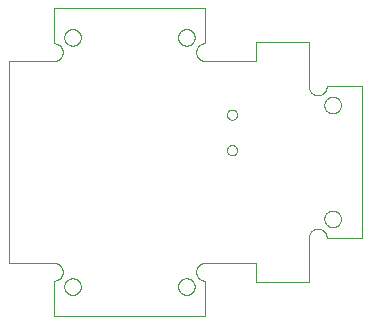
<source format=gko>
G75*
%MOIN*%
%OFA0B0*%
%FSLAX25Y25*%
%IPPOS*%
%LPD*%
%AMOC8*
5,1,8,0,0,1.08239X$1,22.5*
%
%ADD10C,0.00100*%
%ADD11C,0.00000*%
D10*
X0016961Y0005000D02*
X0016961Y0016811D01*
X0017069Y0016813D01*
X0017177Y0016819D01*
X0017284Y0016829D01*
X0017391Y0016842D01*
X0017497Y0016860D01*
X0017603Y0016882D01*
X0017708Y0016907D01*
X0017812Y0016936D01*
X0017914Y0016969D01*
X0018016Y0017006D01*
X0018116Y0017046D01*
X0018214Y0017090D01*
X0018311Y0017138D01*
X0018406Y0017189D01*
X0018499Y0017243D01*
X0018590Y0017301D01*
X0018679Y0017362D01*
X0018766Y0017427D01*
X0018850Y0017494D01*
X0018932Y0017565D01*
X0019011Y0017638D01*
X0019087Y0017714D01*
X0019160Y0017793D01*
X0019231Y0017875D01*
X0019298Y0017959D01*
X0019363Y0018046D01*
X0019424Y0018135D01*
X0019482Y0018226D01*
X0019536Y0018319D01*
X0019587Y0018414D01*
X0019635Y0018511D01*
X0019679Y0018609D01*
X0019719Y0018709D01*
X0019756Y0018811D01*
X0019789Y0018913D01*
X0019818Y0019017D01*
X0019843Y0019122D01*
X0019865Y0019228D01*
X0019883Y0019334D01*
X0019896Y0019441D01*
X0019906Y0019548D01*
X0019912Y0019656D01*
X0019914Y0019764D01*
X0019912Y0019872D01*
X0019906Y0019980D01*
X0019896Y0020087D01*
X0019883Y0020194D01*
X0019865Y0020300D01*
X0019843Y0020406D01*
X0019818Y0020511D01*
X0019789Y0020615D01*
X0019756Y0020717D01*
X0019719Y0020819D01*
X0019679Y0020919D01*
X0019635Y0021017D01*
X0019587Y0021114D01*
X0019536Y0021209D01*
X0019482Y0021302D01*
X0019424Y0021393D01*
X0019363Y0021482D01*
X0019298Y0021569D01*
X0019231Y0021653D01*
X0019160Y0021735D01*
X0019087Y0021814D01*
X0019011Y0021890D01*
X0018932Y0021963D01*
X0018850Y0022034D01*
X0018766Y0022101D01*
X0018679Y0022166D01*
X0018590Y0022227D01*
X0018499Y0022285D01*
X0018406Y0022339D01*
X0018311Y0022390D01*
X0018214Y0022438D01*
X0018116Y0022482D01*
X0018016Y0022522D01*
X0017914Y0022559D01*
X0017812Y0022592D01*
X0017708Y0022621D01*
X0017603Y0022646D01*
X0017497Y0022668D01*
X0017391Y0022686D01*
X0017284Y0022699D01*
X0017177Y0022709D01*
X0017069Y0022715D01*
X0016961Y0022717D01*
X0002000Y0022717D01*
X0002000Y0090039D01*
X0016961Y0090039D01*
X0017069Y0090041D01*
X0017177Y0090047D01*
X0017284Y0090057D01*
X0017391Y0090070D01*
X0017497Y0090088D01*
X0017603Y0090110D01*
X0017708Y0090135D01*
X0017812Y0090164D01*
X0017914Y0090197D01*
X0018016Y0090234D01*
X0018116Y0090274D01*
X0018214Y0090318D01*
X0018311Y0090366D01*
X0018406Y0090417D01*
X0018499Y0090471D01*
X0018590Y0090529D01*
X0018679Y0090590D01*
X0018766Y0090655D01*
X0018850Y0090722D01*
X0018932Y0090793D01*
X0019011Y0090866D01*
X0019087Y0090942D01*
X0019160Y0091021D01*
X0019231Y0091103D01*
X0019298Y0091187D01*
X0019363Y0091274D01*
X0019424Y0091363D01*
X0019482Y0091454D01*
X0019536Y0091547D01*
X0019587Y0091642D01*
X0019635Y0091739D01*
X0019679Y0091837D01*
X0019719Y0091937D01*
X0019756Y0092039D01*
X0019789Y0092141D01*
X0019818Y0092245D01*
X0019843Y0092350D01*
X0019865Y0092456D01*
X0019883Y0092562D01*
X0019896Y0092669D01*
X0019906Y0092776D01*
X0019912Y0092884D01*
X0019914Y0092992D01*
X0019912Y0093100D01*
X0019906Y0093208D01*
X0019896Y0093315D01*
X0019883Y0093422D01*
X0019865Y0093528D01*
X0019843Y0093634D01*
X0019818Y0093739D01*
X0019789Y0093843D01*
X0019756Y0093945D01*
X0019719Y0094047D01*
X0019679Y0094147D01*
X0019635Y0094245D01*
X0019587Y0094342D01*
X0019536Y0094437D01*
X0019482Y0094530D01*
X0019424Y0094621D01*
X0019363Y0094710D01*
X0019298Y0094797D01*
X0019231Y0094881D01*
X0019160Y0094963D01*
X0019087Y0095042D01*
X0019011Y0095118D01*
X0018932Y0095191D01*
X0018850Y0095262D01*
X0018766Y0095329D01*
X0018679Y0095394D01*
X0018590Y0095455D01*
X0018499Y0095513D01*
X0018406Y0095567D01*
X0018311Y0095618D01*
X0018214Y0095666D01*
X0018116Y0095710D01*
X0018016Y0095750D01*
X0017914Y0095787D01*
X0017812Y0095820D01*
X0017708Y0095849D01*
X0017603Y0095874D01*
X0017497Y0095896D01*
X0017391Y0095914D01*
X0017284Y0095927D01*
X0017177Y0095937D01*
X0017069Y0095943D01*
X0016961Y0095945D01*
X0016961Y0107756D01*
X0067354Y0107756D01*
X0067354Y0095945D01*
X0067246Y0095943D01*
X0067138Y0095937D01*
X0067031Y0095927D01*
X0066924Y0095914D01*
X0066818Y0095896D01*
X0066712Y0095874D01*
X0066607Y0095849D01*
X0066503Y0095820D01*
X0066401Y0095787D01*
X0066299Y0095750D01*
X0066199Y0095710D01*
X0066101Y0095666D01*
X0066004Y0095618D01*
X0065909Y0095567D01*
X0065816Y0095513D01*
X0065725Y0095455D01*
X0065636Y0095394D01*
X0065549Y0095329D01*
X0065465Y0095262D01*
X0065383Y0095191D01*
X0065304Y0095118D01*
X0065228Y0095042D01*
X0065155Y0094963D01*
X0065084Y0094881D01*
X0065017Y0094797D01*
X0064952Y0094710D01*
X0064891Y0094621D01*
X0064833Y0094530D01*
X0064779Y0094437D01*
X0064728Y0094342D01*
X0064680Y0094245D01*
X0064636Y0094147D01*
X0064596Y0094047D01*
X0064559Y0093945D01*
X0064526Y0093843D01*
X0064497Y0093739D01*
X0064472Y0093634D01*
X0064450Y0093528D01*
X0064432Y0093422D01*
X0064419Y0093315D01*
X0064409Y0093208D01*
X0064403Y0093100D01*
X0064401Y0092992D01*
X0064403Y0092884D01*
X0064409Y0092776D01*
X0064419Y0092669D01*
X0064432Y0092562D01*
X0064450Y0092456D01*
X0064472Y0092350D01*
X0064497Y0092245D01*
X0064526Y0092141D01*
X0064559Y0092039D01*
X0064596Y0091937D01*
X0064636Y0091837D01*
X0064680Y0091739D01*
X0064728Y0091642D01*
X0064779Y0091547D01*
X0064833Y0091454D01*
X0064891Y0091363D01*
X0064952Y0091274D01*
X0065017Y0091187D01*
X0065084Y0091103D01*
X0065155Y0091021D01*
X0065228Y0090942D01*
X0065304Y0090866D01*
X0065383Y0090793D01*
X0065465Y0090722D01*
X0065549Y0090655D01*
X0065636Y0090590D01*
X0065725Y0090529D01*
X0065816Y0090471D01*
X0065909Y0090417D01*
X0066004Y0090366D01*
X0066101Y0090318D01*
X0066199Y0090274D01*
X0066299Y0090234D01*
X0066401Y0090197D01*
X0066503Y0090164D01*
X0066607Y0090135D01*
X0066712Y0090110D01*
X0066818Y0090088D01*
X0066924Y0090070D01*
X0067031Y0090057D01*
X0067138Y0090047D01*
X0067246Y0090041D01*
X0067354Y0090039D01*
X0082315Y0090039D01*
X0084283Y0090039D01*
X0084283Y0096535D01*
X0102000Y0096535D01*
X0102000Y0081575D01*
X0102002Y0081467D01*
X0102008Y0081359D01*
X0102018Y0081252D01*
X0102031Y0081145D01*
X0102049Y0081039D01*
X0102071Y0080933D01*
X0102096Y0080828D01*
X0102125Y0080724D01*
X0102158Y0080622D01*
X0102195Y0080520D01*
X0102235Y0080420D01*
X0102279Y0080322D01*
X0102327Y0080225D01*
X0102378Y0080130D01*
X0102432Y0080037D01*
X0102490Y0079946D01*
X0102551Y0079857D01*
X0102616Y0079770D01*
X0102683Y0079686D01*
X0102754Y0079604D01*
X0102827Y0079525D01*
X0102903Y0079449D01*
X0102982Y0079376D01*
X0103064Y0079305D01*
X0103148Y0079238D01*
X0103235Y0079173D01*
X0103324Y0079112D01*
X0103415Y0079054D01*
X0103508Y0079000D01*
X0103603Y0078949D01*
X0103700Y0078901D01*
X0103798Y0078857D01*
X0103898Y0078817D01*
X0104000Y0078780D01*
X0104102Y0078747D01*
X0104206Y0078718D01*
X0104311Y0078693D01*
X0104417Y0078671D01*
X0104523Y0078653D01*
X0104630Y0078640D01*
X0104737Y0078630D01*
X0104845Y0078624D01*
X0104953Y0078622D01*
X0105061Y0078624D01*
X0105169Y0078630D01*
X0105276Y0078640D01*
X0105383Y0078653D01*
X0105489Y0078671D01*
X0105595Y0078693D01*
X0105700Y0078718D01*
X0105804Y0078747D01*
X0105906Y0078780D01*
X0106008Y0078817D01*
X0106108Y0078857D01*
X0106206Y0078901D01*
X0106303Y0078949D01*
X0106398Y0079000D01*
X0106491Y0079054D01*
X0106582Y0079112D01*
X0106671Y0079173D01*
X0106758Y0079238D01*
X0106842Y0079305D01*
X0106924Y0079376D01*
X0107003Y0079449D01*
X0107079Y0079525D01*
X0107152Y0079604D01*
X0107223Y0079686D01*
X0107290Y0079770D01*
X0107355Y0079857D01*
X0107416Y0079946D01*
X0107474Y0080037D01*
X0107528Y0080130D01*
X0107579Y0080225D01*
X0107627Y0080322D01*
X0107671Y0080420D01*
X0107711Y0080520D01*
X0107748Y0080622D01*
X0107781Y0080724D01*
X0107810Y0080828D01*
X0107835Y0080933D01*
X0107857Y0081039D01*
X0107875Y0081145D01*
X0107888Y0081252D01*
X0107898Y0081359D01*
X0107904Y0081467D01*
X0107906Y0081575D01*
X0119717Y0081575D01*
X0119717Y0031181D01*
X0107906Y0031181D01*
X0107904Y0031289D01*
X0107898Y0031397D01*
X0107888Y0031504D01*
X0107875Y0031611D01*
X0107857Y0031717D01*
X0107835Y0031823D01*
X0107810Y0031928D01*
X0107781Y0032032D01*
X0107748Y0032134D01*
X0107711Y0032236D01*
X0107671Y0032336D01*
X0107627Y0032434D01*
X0107579Y0032531D01*
X0107528Y0032626D01*
X0107474Y0032719D01*
X0107416Y0032810D01*
X0107355Y0032899D01*
X0107290Y0032986D01*
X0107223Y0033070D01*
X0107152Y0033152D01*
X0107079Y0033231D01*
X0107003Y0033307D01*
X0106924Y0033380D01*
X0106842Y0033451D01*
X0106758Y0033518D01*
X0106671Y0033583D01*
X0106582Y0033644D01*
X0106491Y0033702D01*
X0106398Y0033756D01*
X0106303Y0033807D01*
X0106206Y0033855D01*
X0106108Y0033899D01*
X0106008Y0033939D01*
X0105906Y0033976D01*
X0105804Y0034009D01*
X0105700Y0034038D01*
X0105595Y0034063D01*
X0105489Y0034085D01*
X0105383Y0034103D01*
X0105276Y0034116D01*
X0105169Y0034126D01*
X0105061Y0034132D01*
X0104953Y0034134D01*
X0104845Y0034132D01*
X0104737Y0034126D01*
X0104630Y0034116D01*
X0104523Y0034103D01*
X0104417Y0034085D01*
X0104311Y0034063D01*
X0104206Y0034038D01*
X0104102Y0034009D01*
X0104000Y0033976D01*
X0103898Y0033939D01*
X0103798Y0033899D01*
X0103700Y0033855D01*
X0103603Y0033807D01*
X0103508Y0033756D01*
X0103415Y0033702D01*
X0103324Y0033644D01*
X0103235Y0033583D01*
X0103148Y0033518D01*
X0103064Y0033451D01*
X0102982Y0033380D01*
X0102903Y0033307D01*
X0102827Y0033231D01*
X0102754Y0033152D01*
X0102683Y0033070D01*
X0102616Y0032986D01*
X0102551Y0032899D01*
X0102490Y0032810D01*
X0102432Y0032719D01*
X0102378Y0032626D01*
X0102327Y0032531D01*
X0102279Y0032434D01*
X0102235Y0032336D01*
X0102195Y0032236D01*
X0102158Y0032134D01*
X0102125Y0032032D01*
X0102096Y0031928D01*
X0102071Y0031823D01*
X0102049Y0031717D01*
X0102031Y0031611D01*
X0102018Y0031504D01*
X0102008Y0031397D01*
X0102002Y0031289D01*
X0102000Y0031181D01*
X0102000Y0016220D01*
X0084283Y0016220D01*
X0084283Y0022717D01*
X0082315Y0022717D01*
X0067354Y0022717D01*
X0067246Y0022715D01*
X0067138Y0022709D01*
X0067031Y0022699D01*
X0066924Y0022686D01*
X0066818Y0022668D01*
X0066712Y0022646D01*
X0066607Y0022621D01*
X0066503Y0022592D01*
X0066401Y0022559D01*
X0066299Y0022522D01*
X0066199Y0022482D01*
X0066101Y0022438D01*
X0066004Y0022390D01*
X0065909Y0022339D01*
X0065816Y0022285D01*
X0065725Y0022227D01*
X0065636Y0022166D01*
X0065549Y0022101D01*
X0065465Y0022034D01*
X0065383Y0021963D01*
X0065304Y0021890D01*
X0065228Y0021814D01*
X0065155Y0021735D01*
X0065084Y0021653D01*
X0065017Y0021569D01*
X0064952Y0021482D01*
X0064891Y0021393D01*
X0064833Y0021302D01*
X0064779Y0021209D01*
X0064728Y0021114D01*
X0064680Y0021017D01*
X0064636Y0020919D01*
X0064596Y0020819D01*
X0064559Y0020717D01*
X0064526Y0020615D01*
X0064497Y0020511D01*
X0064472Y0020406D01*
X0064450Y0020300D01*
X0064432Y0020194D01*
X0064419Y0020087D01*
X0064409Y0019980D01*
X0064403Y0019872D01*
X0064401Y0019764D01*
X0064403Y0019656D01*
X0064409Y0019548D01*
X0064419Y0019441D01*
X0064432Y0019334D01*
X0064450Y0019228D01*
X0064472Y0019122D01*
X0064497Y0019017D01*
X0064526Y0018913D01*
X0064559Y0018811D01*
X0064596Y0018709D01*
X0064636Y0018609D01*
X0064680Y0018511D01*
X0064728Y0018414D01*
X0064779Y0018319D01*
X0064833Y0018226D01*
X0064891Y0018135D01*
X0064952Y0018046D01*
X0065017Y0017959D01*
X0065084Y0017875D01*
X0065155Y0017793D01*
X0065228Y0017714D01*
X0065304Y0017638D01*
X0065383Y0017565D01*
X0065465Y0017494D01*
X0065549Y0017427D01*
X0065636Y0017362D01*
X0065725Y0017301D01*
X0065816Y0017243D01*
X0065909Y0017189D01*
X0066004Y0017138D01*
X0066101Y0017090D01*
X0066199Y0017046D01*
X0066299Y0017006D01*
X0066401Y0016969D01*
X0066503Y0016936D01*
X0066607Y0016907D01*
X0066712Y0016882D01*
X0066818Y0016860D01*
X0066924Y0016842D01*
X0067031Y0016829D01*
X0067138Y0016819D01*
X0067246Y0016813D01*
X0067354Y0016811D01*
X0067354Y0005000D01*
X0016961Y0005000D01*
D11*
X0020425Y0014843D02*
X0020427Y0014948D01*
X0020433Y0015053D01*
X0020443Y0015157D01*
X0020457Y0015261D01*
X0020475Y0015365D01*
X0020497Y0015467D01*
X0020522Y0015569D01*
X0020552Y0015670D01*
X0020585Y0015769D01*
X0020622Y0015867D01*
X0020663Y0015964D01*
X0020708Y0016059D01*
X0020756Y0016152D01*
X0020807Y0016244D01*
X0020863Y0016333D01*
X0020921Y0016420D01*
X0020983Y0016505D01*
X0021047Y0016588D01*
X0021115Y0016668D01*
X0021186Y0016745D01*
X0021260Y0016819D01*
X0021337Y0016891D01*
X0021416Y0016960D01*
X0021498Y0017025D01*
X0021582Y0017088D01*
X0021669Y0017147D01*
X0021758Y0017203D01*
X0021849Y0017256D01*
X0021942Y0017305D01*
X0022036Y0017350D01*
X0022132Y0017392D01*
X0022230Y0017430D01*
X0022329Y0017464D01*
X0022430Y0017495D01*
X0022531Y0017521D01*
X0022634Y0017544D01*
X0022737Y0017563D01*
X0022841Y0017578D01*
X0022945Y0017589D01*
X0023050Y0017596D01*
X0023155Y0017599D01*
X0023260Y0017598D01*
X0023365Y0017593D01*
X0023469Y0017584D01*
X0023573Y0017571D01*
X0023677Y0017554D01*
X0023780Y0017533D01*
X0023882Y0017508D01*
X0023983Y0017480D01*
X0024082Y0017447D01*
X0024181Y0017411D01*
X0024278Y0017371D01*
X0024373Y0017328D01*
X0024467Y0017280D01*
X0024559Y0017230D01*
X0024649Y0017176D01*
X0024737Y0017118D01*
X0024822Y0017057D01*
X0024905Y0016993D01*
X0024986Y0016926D01*
X0025064Y0016856D01*
X0025139Y0016782D01*
X0025211Y0016707D01*
X0025281Y0016628D01*
X0025347Y0016547D01*
X0025411Y0016463D01*
X0025471Y0016377D01*
X0025527Y0016289D01*
X0025581Y0016198D01*
X0025631Y0016106D01*
X0025677Y0016012D01*
X0025720Y0015916D01*
X0025759Y0015818D01*
X0025794Y0015720D01*
X0025825Y0015619D01*
X0025853Y0015518D01*
X0025877Y0015416D01*
X0025897Y0015313D01*
X0025913Y0015209D01*
X0025925Y0015105D01*
X0025933Y0015000D01*
X0025937Y0014895D01*
X0025937Y0014791D01*
X0025933Y0014686D01*
X0025925Y0014581D01*
X0025913Y0014477D01*
X0025897Y0014373D01*
X0025877Y0014270D01*
X0025853Y0014168D01*
X0025825Y0014067D01*
X0025794Y0013966D01*
X0025759Y0013868D01*
X0025720Y0013770D01*
X0025677Y0013674D01*
X0025631Y0013580D01*
X0025581Y0013488D01*
X0025527Y0013397D01*
X0025471Y0013309D01*
X0025411Y0013223D01*
X0025347Y0013139D01*
X0025281Y0013058D01*
X0025211Y0012979D01*
X0025139Y0012904D01*
X0025064Y0012830D01*
X0024986Y0012760D01*
X0024905Y0012693D01*
X0024822Y0012629D01*
X0024737Y0012568D01*
X0024649Y0012510D01*
X0024559Y0012456D01*
X0024467Y0012406D01*
X0024373Y0012358D01*
X0024278Y0012315D01*
X0024181Y0012275D01*
X0024082Y0012239D01*
X0023983Y0012206D01*
X0023882Y0012178D01*
X0023780Y0012153D01*
X0023677Y0012132D01*
X0023573Y0012115D01*
X0023469Y0012102D01*
X0023365Y0012093D01*
X0023260Y0012088D01*
X0023155Y0012087D01*
X0023050Y0012090D01*
X0022945Y0012097D01*
X0022841Y0012108D01*
X0022737Y0012123D01*
X0022634Y0012142D01*
X0022531Y0012165D01*
X0022430Y0012191D01*
X0022329Y0012222D01*
X0022230Y0012256D01*
X0022132Y0012294D01*
X0022036Y0012336D01*
X0021942Y0012381D01*
X0021849Y0012430D01*
X0021758Y0012483D01*
X0021669Y0012539D01*
X0021582Y0012598D01*
X0021498Y0012661D01*
X0021416Y0012726D01*
X0021337Y0012795D01*
X0021260Y0012867D01*
X0021186Y0012941D01*
X0021115Y0013018D01*
X0021047Y0013098D01*
X0020983Y0013181D01*
X0020921Y0013266D01*
X0020863Y0013353D01*
X0020807Y0013442D01*
X0020756Y0013534D01*
X0020708Y0013627D01*
X0020663Y0013722D01*
X0020622Y0013819D01*
X0020585Y0013917D01*
X0020552Y0014016D01*
X0020522Y0014117D01*
X0020497Y0014219D01*
X0020475Y0014321D01*
X0020457Y0014425D01*
X0020443Y0014529D01*
X0020433Y0014633D01*
X0020427Y0014738D01*
X0020425Y0014843D01*
X0058378Y0014843D02*
X0058380Y0014948D01*
X0058386Y0015053D01*
X0058396Y0015157D01*
X0058410Y0015261D01*
X0058428Y0015365D01*
X0058450Y0015467D01*
X0058475Y0015569D01*
X0058505Y0015670D01*
X0058538Y0015769D01*
X0058575Y0015867D01*
X0058616Y0015964D01*
X0058661Y0016059D01*
X0058709Y0016152D01*
X0058760Y0016244D01*
X0058816Y0016333D01*
X0058874Y0016420D01*
X0058936Y0016505D01*
X0059000Y0016588D01*
X0059068Y0016668D01*
X0059139Y0016745D01*
X0059213Y0016819D01*
X0059290Y0016891D01*
X0059369Y0016960D01*
X0059451Y0017025D01*
X0059535Y0017088D01*
X0059622Y0017147D01*
X0059711Y0017203D01*
X0059802Y0017256D01*
X0059895Y0017305D01*
X0059989Y0017350D01*
X0060085Y0017392D01*
X0060183Y0017430D01*
X0060282Y0017464D01*
X0060383Y0017495D01*
X0060484Y0017521D01*
X0060587Y0017544D01*
X0060690Y0017563D01*
X0060794Y0017578D01*
X0060898Y0017589D01*
X0061003Y0017596D01*
X0061108Y0017599D01*
X0061213Y0017598D01*
X0061318Y0017593D01*
X0061422Y0017584D01*
X0061526Y0017571D01*
X0061630Y0017554D01*
X0061733Y0017533D01*
X0061835Y0017508D01*
X0061936Y0017480D01*
X0062035Y0017447D01*
X0062134Y0017411D01*
X0062231Y0017371D01*
X0062326Y0017328D01*
X0062420Y0017280D01*
X0062512Y0017230D01*
X0062602Y0017176D01*
X0062690Y0017118D01*
X0062775Y0017057D01*
X0062858Y0016993D01*
X0062939Y0016926D01*
X0063017Y0016856D01*
X0063092Y0016782D01*
X0063164Y0016707D01*
X0063234Y0016628D01*
X0063300Y0016547D01*
X0063364Y0016463D01*
X0063424Y0016377D01*
X0063480Y0016289D01*
X0063534Y0016198D01*
X0063584Y0016106D01*
X0063630Y0016012D01*
X0063673Y0015916D01*
X0063712Y0015818D01*
X0063747Y0015720D01*
X0063778Y0015619D01*
X0063806Y0015518D01*
X0063830Y0015416D01*
X0063850Y0015313D01*
X0063866Y0015209D01*
X0063878Y0015105D01*
X0063886Y0015000D01*
X0063890Y0014895D01*
X0063890Y0014791D01*
X0063886Y0014686D01*
X0063878Y0014581D01*
X0063866Y0014477D01*
X0063850Y0014373D01*
X0063830Y0014270D01*
X0063806Y0014168D01*
X0063778Y0014067D01*
X0063747Y0013966D01*
X0063712Y0013868D01*
X0063673Y0013770D01*
X0063630Y0013674D01*
X0063584Y0013580D01*
X0063534Y0013488D01*
X0063480Y0013397D01*
X0063424Y0013309D01*
X0063364Y0013223D01*
X0063300Y0013139D01*
X0063234Y0013058D01*
X0063164Y0012979D01*
X0063092Y0012904D01*
X0063017Y0012830D01*
X0062939Y0012760D01*
X0062858Y0012693D01*
X0062775Y0012629D01*
X0062690Y0012568D01*
X0062602Y0012510D01*
X0062512Y0012456D01*
X0062420Y0012406D01*
X0062326Y0012358D01*
X0062231Y0012315D01*
X0062134Y0012275D01*
X0062035Y0012239D01*
X0061936Y0012206D01*
X0061835Y0012178D01*
X0061733Y0012153D01*
X0061630Y0012132D01*
X0061526Y0012115D01*
X0061422Y0012102D01*
X0061318Y0012093D01*
X0061213Y0012088D01*
X0061108Y0012087D01*
X0061003Y0012090D01*
X0060898Y0012097D01*
X0060794Y0012108D01*
X0060690Y0012123D01*
X0060587Y0012142D01*
X0060484Y0012165D01*
X0060383Y0012191D01*
X0060282Y0012222D01*
X0060183Y0012256D01*
X0060085Y0012294D01*
X0059989Y0012336D01*
X0059895Y0012381D01*
X0059802Y0012430D01*
X0059711Y0012483D01*
X0059622Y0012539D01*
X0059535Y0012598D01*
X0059451Y0012661D01*
X0059369Y0012726D01*
X0059290Y0012795D01*
X0059213Y0012867D01*
X0059139Y0012941D01*
X0059068Y0013018D01*
X0059000Y0013098D01*
X0058936Y0013181D01*
X0058874Y0013266D01*
X0058816Y0013353D01*
X0058760Y0013442D01*
X0058709Y0013534D01*
X0058661Y0013627D01*
X0058616Y0013722D01*
X0058575Y0013819D01*
X0058538Y0013917D01*
X0058505Y0014016D01*
X0058475Y0014117D01*
X0058450Y0014219D01*
X0058428Y0014321D01*
X0058410Y0014425D01*
X0058396Y0014529D01*
X0058386Y0014633D01*
X0058380Y0014738D01*
X0058378Y0014843D01*
X0074677Y0060315D02*
X0074679Y0060396D01*
X0074685Y0060478D01*
X0074695Y0060559D01*
X0074709Y0060639D01*
X0074726Y0060718D01*
X0074748Y0060797D01*
X0074773Y0060874D01*
X0074802Y0060951D01*
X0074835Y0061025D01*
X0074872Y0061098D01*
X0074911Y0061169D01*
X0074955Y0061238D01*
X0075001Y0061305D01*
X0075051Y0061369D01*
X0075104Y0061431D01*
X0075160Y0061491D01*
X0075218Y0061547D01*
X0075280Y0061601D01*
X0075344Y0061652D01*
X0075410Y0061699D01*
X0075478Y0061743D01*
X0075549Y0061784D01*
X0075621Y0061821D01*
X0075696Y0061855D01*
X0075771Y0061885D01*
X0075849Y0061911D01*
X0075927Y0061934D01*
X0076006Y0061952D01*
X0076086Y0061967D01*
X0076167Y0061978D01*
X0076248Y0061985D01*
X0076330Y0061988D01*
X0076411Y0061987D01*
X0076492Y0061982D01*
X0076573Y0061973D01*
X0076654Y0061960D01*
X0076734Y0061943D01*
X0076812Y0061923D01*
X0076890Y0061898D01*
X0076967Y0061870D01*
X0077042Y0061838D01*
X0077115Y0061803D01*
X0077186Y0061764D01*
X0077256Y0061721D01*
X0077323Y0061676D01*
X0077389Y0061627D01*
X0077451Y0061575D01*
X0077511Y0061519D01*
X0077568Y0061461D01*
X0077623Y0061401D01*
X0077674Y0061337D01*
X0077722Y0061272D01*
X0077767Y0061204D01*
X0077809Y0061134D01*
X0077847Y0061062D01*
X0077882Y0060988D01*
X0077913Y0060913D01*
X0077940Y0060836D01*
X0077963Y0060758D01*
X0077983Y0060679D01*
X0077999Y0060599D01*
X0078011Y0060518D01*
X0078019Y0060437D01*
X0078023Y0060356D01*
X0078023Y0060274D01*
X0078019Y0060193D01*
X0078011Y0060112D01*
X0077999Y0060031D01*
X0077983Y0059951D01*
X0077963Y0059872D01*
X0077940Y0059794D01*
X0077913Y0059717D01*
X0077882Y0059642D01*
X0077847Y0059568D01*
X0077809Y0059496D01*
X0077767Y0059426D01*
X0077722Y0059358D01*
X0077674Y0059293D01*
X0077623Y0059229D01*
X0077568Y0059169D01*
X0077511Y0059111D01*
X0077451Y0059055D01*
X0077389Y0059003D01*
X0077323Y0058954D01*
X0077256Y0058909D01*
X0077187Y0058866D01*
X0077115Y0058827D01*
X0077042Y0058792D01*
X0076967Y0058760D01*
X0076890Y0058732D01*
X0076812Y0058707D01*
X0076734Y0058687D01*
X0076654Y0058670D01*
X0076573Y0058657D01*
X0076492Y0058648D01*
X0076411Y0058643D01*
X0076330Y0058642D01*
X0076248Y0058645D01*
X0076167Y0058652D01*
X0076086Y0058663D01*
X0076006Y0058678D01*
X0075927Y0058696D01*
X0075849Y0058719D01*
X0075771Y0058745D01*
X0075696Y0058775D01*
X0075621Y0058809D01*
X0075549Y0058846D01*
X0075478Y0058887D01*
X0075410Y0058931D01*
X0075344Y0058978D01*
X0075280Y0059029D01*
X0075218Y0059083D01*
X0075160Y0059139D01*
X0075104Y0059199D01*
X0075051Y0059261D01*
X0075001Y0059325D01*
X0074955Y0059392D01*
X0074911Y0059461D01*
X0074872Y0059532D01*
X0074835Y0059605D01*
X0074802Y0059679D01*
X0074773Y0059756D01*
X0074748Y0059833D01*
X0074726Y0059912D01*
X0074709Y0059991D01*
X0074695Y0060071D01*
X0074685Y0060152D01*
X0074679Y0060234D01*
X0074677Y0060315D01*
X0074677Y0072126D02*
X0074679Y0072207D01*
X0074685Y0072289D01*
X0074695Y0072370D01*
X0074709Y0072450D01*
X0074726Y0072529D01*
X0074748Y0072608D01*
X0074773Y0072685D01*
X0074802Y0072762D01*
X0074835Y0072836D01*
X0074872Y0072909D01*
X0074911Y0072980D01*
X0074955Y0073049D01*
X0075001Y0073116D01*
X0075051Y0073180D01*
X0075104Y0073242D01*
X0075160Y0073302D01*
X0075218Y0073358D01*
X0075280Y0073412D01*
X0075344Y0073463D01*
X0075410Y0073510D01*
X0075478Y0073554D01*
X0075549Y0073595D01*
X0075621Y0073632D01*
X0075696Y0073666D01*
X0075771Y0073696D01*
X0075849Y0073722D01*
X0075927Y0073745D01*
X0076006Y0073763D01*
X0076086Y0073778D01*
X0076167Y0073789D01*
X0076248Y0073796D01*
X0076330Y0073799D01*
X0076411Y0073798D01*
X0076492Y0073793D01*
X0076573Y0073784D01*
X0076654Y0073771D01*
X0076734Y0073754D01*
X0076812Y0073734D01*
X0076890Y0073709D01*
X0076967Y0073681D01*
X0077042Y0073649D01*
X0077115Y0073614D01*
X0077186Y0073575D01*
X0077256Y0073532D01*
X0077323Y0073487D01*
X0077389Y0073438D01*
X0077451Y0073386D01*
X0077511Y0073330D01*
X0077568Y0073272D01*
X0077623Y0073212D01*
X0077674Y0073148D01*
X0077722Y0073083D01*
X0077767Y0073015D01*
X0077809Y0072945D01*
X0077847Y0072873D01*
X0077882Y0072799D01*
X0077913Y0072724D01*
X0077940Y0072647D01*
X0077963Y0072569D01*
X0077983Y0072490D01*
X0077999Y0072410D01*
X0078011Y0072329D01*
X0078019Y0072248D01*
X0078023Y0072167D01*
X0078023Y0072085D01*
X0078019Y0072004D01*
X0078011Y0071923D01*
X0077999Y0071842D01*
X0077983Y0071762D01*
X0077963Y0071683D01*
X0077940Y0071605D01*
X0077913Y0071528D01*
X0077882Y0071453D01*
X0077847Y0071379D01*
X0077809Y0071307D01*
X0077767Y0071237D01*
X0077722Y0071169D01*
X0077674Y0071104D01*
X0077623Y0071040D01*
X0077568Y0070980D01*
X0077511Y0070922D01*
X0077451Y0070866D01*
X0077389Y0070814D01*
X0077323Y0070765D01*
X0077256Y0070720D01*
X0077187Y0070677D01*
X0077115Y0070638D01*
X0077042Y0070603D01*
X0076967Y0070571D01*
X0076890Y0070543D01*
X0076812Y0070518D01*
X0076734Y0070498D01*
X0076654Y0070481D01*
X0076573Y0070468D01*
X0076492Y0070459D01*
X0076411Y0070454D01*
X0076330Y0070453D01*
X0076248Y0070456D01*
X0076167Y0070463D01*
X0076086Y0070474D01*
X0076006Y0070489D01*
X0075927Y0070507D01*
X0075849Y0070530D01*
X0075771Y0070556D01*
X0075696Y0070586D01*
X0075621Y0070620D01*
X0075549Y0070657D01*
X0075478Y0070698D01*
X0075410Y0070742D01*
X0075344Y0070789D01*
X0075280Y0070840D01*
X0075218Y0070894D01*
X0075160Y0070950D01*
X0075104Y0071010D01*
X0075051Y0071072D01*
X0075001Y0071136D01*
X0074955Y0071203D01*
X0074911Y0071272D01*
X0074872Y0071343D01*
X0074835Y0071416D01*
X0074802Y0071490D01*
X0074773Y0071567D01*
X0074748Y0071644D01*
X0074726Y0071723D01*
X0074709Y0071802D01*
X0074695Y0071882D01*
X0074685Y0071963D01*
X0074679Y0072045D01*
X0074677Y0072126D01*
X0058378Y0097913D02*
X0058380Y0098018D01*
X0058386Y0098123D01*
X0058396Y0098227D01*
X0058410Y0098331D01*
X0058428Y0098435D01*
X0058450Y0098537D01*
X0058475Y0098639D01*
X0058505Y0098740D01*
X0058538Y0098839D01*
X0058575Y0098937D01*
X0058616Y0099034D01*
X0058661Y0099129D01*
X0058709Y0099222D01*
X0058760Y0099314D01*
X0058816Y0099403D01*
X0058874Y0099490D01*
X0058936Y0099575D01*
X0059000Y0099658D01*
X0059068Y0099738D01*
X0059139Y0099815D01*
X0059213Y0099889D01*
X0059290Y0099961D01*
X0059369Y0100030D01*
X0059451Y0100095D01*
X0059535Y0100158D01*
X0059622Y0100217D01*
X0059711Y0100273D01*
X0059802Y0100326D01*
X0059895Y0100375D01*
X0059989Y0100420D01*
X0060085Y0100462D01*
X0060183Y0100500D01*
X0060282Y0100534D01*
X0060383Y0100565D01*
X0060484Y0100591D01*
X0060587Y0100614D01*
X0060690Y0100633D01*
X0060794Y0100648D01*
X0060898Y0100659D01*
X0061003Y0100666D01*
X0061108Y0100669D01*
X0061213Y0100668D01*
X0061318Y0100663D01*
X0061422Y0100654D01*
X0061526Y0100641D01*
X0061630Y0100624D01*
X0061733Y0100603D01*
X0061835Y0100578D01*
X0061936Y0100550D01*
X0062035Y0100517D01*
X0062134Y0100481D01*
X0062231Y0100441D01*
X0062326Y0100398D01*
X0062420Y0100350D01*
X0062512Y0100300D01*
X0062602Y0100246D01*
X0062690Y0100188D01*
X0062775Y0100127D01*
X0062858Y0100063D01*
X0062939Y0099996D01*
X0063017Y0099926D01*
X0063092Y0099852D01*
X0063164Y0099777D01*
X0063234Y0099698D01*
X0063300Y0099617D01*
X0063364Y0099533D01*
X0063424Y0099447D01*
X0063480Y0099359D01*
X0063534Y0099268D01*
X0063584Y0099176D01*
X0063630Y0099082D01*
X0063673Y0098986D01*
X0063712Y0098888D01*
X0063747Y0098790D01*
X0063778Y0098689D01*
X0063806Y0098588D01*
X0063830Y0098486D01*
X0063850Y0098383D01*
X0063866Y0098279D01*
X0063878Y0098175D01*
X0063886Y0098070D01*
X0063890Y0097965D01*
X0063890Y0097861D01*
X0063886Y0097756D01*
X0063878Y0097651D01*
X0063866Y0097547D01*
X0063850Y0097443D01*
X0063830Y0097340D01*
X0063806Y0097238D01*
X0063778Y0097137D01*
X0063747Y0097036D01*
X0063712Y0096938D01*
X0063673Y0096840D01*
X0063630Y0096744D01*
X0063584Y0096650D01*
X0063534Y0096558D01*
X0063480Y0096467D01*
X0063424Y0096379D01*
X0063364Y0096293D01*
X0063300Y0096209D01*
X0063234Y0096128D01*
X0063164Y0096049D01*
X0063092Y0095974D01*
X0063017Y0095900D01*
X0062939Y0095830D01*
X0062858Y0095763D01*
X0062775Y0095699D01*
X0062690Y0095638D01*
X0062602Y0095580D01*
X0062512Y0095526D01*
X0062420Y0095476D01*
X0062326Y0095428D01*
X0062231Y0095385D01*
X0062134Y0095345D01*
X0062035Y0095309D01*
X0061936Y0095276D01*
X0061835Y0095248D01*
X0061733Y0095223D01*
X0061630Y0095202D01*
X0061526Y0095185D01*
X0061422Y0095172D01*
X0061318Y0095163D01*
X0061213Y0095158D01*
X0061108Y0095157D01*
X0061003Y0095160D01*
X0060898Y0095167D01*
X0060794Y0095178D01*
X0060690Y0095193D01*
X0060587Y0095212D01*
X0060484Y0095235D01*
X0060383Y0095261D01*
X0060282Y0095292D01*
X0060183Y0095326D01*
X0060085Y0095364D01*
X0059989Y0095406D01*
X0059895Y0095451D01*
X0059802Y0095500D01*
X0059711Y0095553D01*
X0059622Y0095609D01*
X0059535Y0095668D01*
X0059451Y0095731D01*
X0059369Y0095796D01*
X0059290Y0095865D01*
X0059213Y0095937D01*
X0059139Y0096011D01*
X0059068Y0096088D01*
X0059000Y0096168D01*
X0058936Y0096251D01*
X0058874Y0096336D01*
X0058816Y0096423D01*
X0058760Y0096512D01*
X0058709Y0096604D01*
X0058661Y0096697D01*
X0058616Y0096792D01*
X0058575Y0096889D01*
X0058538Y0096987D01*
X0058505Y0097086D01*
X0058475Y0097187D01*
X0058450Y0097289D01*
X0058428Y0097391D01*
X0058410Y0097495D01*
X0058396Y0097599D01*
X0058386Y0097703D01*
X0058380Y0097808D01*
X0058378Y0097913D01*
X0020425Y0097913D02*
X0020427Y0098018D01*
X0020433Y0098123D01*
X0020443Y0098227D01*
X0020457Y0098331D01*
X0020475Y0098435D01*
X0020497Y0098537D01*
X0020522Y0098639D01*
X0020552Y0098740D01*
X0020585Y0098839D01*
X0020622Y0098937D01*
X0020663Y0099034D01*
X0020708Y0099129D01*
X0020756Y0099222D01*
X0020807Y0099314D01*
X0020863Y0099403D01*
X0020921Y0099490D01*
X0020983Y0099575D01*
X0021047Y0099658D01*
X0021115Y0099738D01*
X0021186Y0099815D01*
X0021260Y0099889D01*
X0021337Y0099961D01*
X0021416Y0100030D01*
X0021498Y0100095D01*
X0021582Y0100158D01*
X0021669Y0100217D01*
X0021758Y0100273D01*
X0021849Y0100326D01*
X0021942Y0100375D01*
X0022036Y0100420D01*
X0022132Y0100462D01*
X0022230Y0100500D01*
X0022329Y0100534D01*
X0022430Y0100565D01*
X0022531Y0100591D01*
X0022634Y0100614D01*
X0022737Y0100633D01*
X0022841Y0100648D01*
X0022945Y0100659D01*
X0023050Y0100666D01*
X0023155Y0100669D01*
X0023260Y0100668D01*
X0023365Y0100663D01*
X0023469Y0100654D01*
X0023573Y0100641D01*
X0023677Y0100624D01*
X0023780Y0100603D01*
X0023882Y0100578D01*
X0023983Y0100550D01*
X0024082Y0100517D01*
X0024181Y0100481D01*
X0024278Y0100441D01*
X0024373Y0100398D01*
X0024467Y0100350D01*
X0024559Y0100300D01*
X0024649Y0100246D01*
X0024737Y0100188D01*
X0024822Y0100127D01*
X0024905Y0100063D01*
X0024986Y0099996D01*
X0025064Y0099926D01*
X0025139Y0099852D01*
X0025211Y0099777D01*
X0025281Y0099698D01*
X0025347Y0099617D01*
X0025411Y0099533D01*
X0025471Y0099447D01*
X0025527Y0099359D01*
X0025581Y0099268D01*
X0025631Y0099176D01*
X0025677Y0099082D01*
X0025720Y0098986D01*
X0025759Y0098888D01*
X0025794Y0098790D01*
X0025825Y0098689D01*
X0025853Y0098588D01*
X0025877Y0098486D01*
X0025897Y0098383D01*
X0025913Y0098279D01*
X0025925Y0098175D01*
X0025933Y0098070D01*
X0025937Y0097965D01*
X0025937Y0097861D01*
X0025933Y0097756D01*
X0025925Y0097651D01*
X0025913Y0097547D01*
X0025897Y0097443D01*
X0025877Y0097340D01*
X0025853Y0097238D01*
X0025825Y0097137D01*
X0025794Y0097036D01*
X0025759Y0096938D01*
X0025720Y0096840D01*
X0025677Y0096744D01*
X0025631Y0096650D01*
X0025581Y0096558D01*
X0025527Y0096467D01*
X0025471Y0096379D01*
X0025411Y0096293D01*
X0025347Y0096209D01*
X0025281Y0096128D01*
X0025211Y0096049D01*
X0025139Y0095974D01*
X0025064Y0095900D01*
X0024986Y0095830D01*
X0024905Y0095763D01*
X0024822Y0095699D01*
X0024737Y0095638D01*
X0024649Y0095580D01*
X0024559Y0095526D01*
X0024467Y0095476D01*
X0024373Y0095428D01*
X0024278Y0095385D01*
X0024181Y0095345D01*
X0024082Y0095309D01*
X0023983Y0095276D01*
X0023882Y0095248D01*
X0023780Y0095223D01*
X0023677Y0095202D01*
X0023573Y0095185D01*
X0023469Y0095172D01*
X0023365Y0095163D01*
X0023260Y0095158D01*
X0023155Y0095157D01*
X0023050Y0095160D01*
X0022945Y0095167D01*
X0022841Y0095178D01*
X0022737Y0095193D01*
X0022634Y0095212D01*
X0022531Y0095235D01*
X0022430Y0095261D01*
X0022329Y0095292D01*
X0022230Y0095326D01*
X0022132Y0095364D01*
X0022036Y0095406D01*
X0021942Y0095451D01*
X0021849Y0095500D01*
X0021758Y0095553D01*
X0021669Y0095609D01*
X0021582Y0095668D01*
X0021498Y0095731D01*
X0021416Y0095796D01*
X0021337Y0095865D01*
X0021260Y0095937D01*
X0021186Y0096011D01*
X0021115Y0096088D01*
X0021047Y0096168D01*
X0020983Y0096251D01*
X0020921Y0096336D01*
X0020863Y0096423D01*
X0020807Y0096512D01*
X0020756Y0096604D01*
X0020708Y0096697D01*
X0020663Y0096792D01*
X0020622Y0096889D01*
X0020585Y0096987D01*
X0020552Y0097086D01*
X0020522Y0097187D01*
X0020497Y0097289D01*
X0020475Y0097391D01*
X0020457Y0097495D01*
X0020443Y0097599D01*
X0020433Y0097703D01*
X0020427Y0097808D01*
X0020425Y0097913D01*
X0107118Y0075354D02*
X0107120Y0075459D01*
X0107126Y0075564D01*
X0107136Y0075668D01*
X0107150Y0075772D01*
X0107168Y0075876D01*
X0107190Y0075978D01*
X0107215Y0076080D01*
X0107245Y0076181D01*
X0107278Y0076280D01*
X0107315Y0076378D01*
X0107356Y0076475D01*
X0107401Y0076570D01*
X0107449Y0076663D01*
X0107500Y0076755D01*
X0107556Y0076844D01*
X0107614Y0076931D01*
X0107676Y0077016D01*
X0107740Y0077099D01*
X0107808Y0077179D01*
X0107879Y0077256D01*
X0107953Y0077330D01*
X0108030Y0077402D01*
X0108109Y0077471D01*
X0108191Y0077536D01*
X0108275Y0077599D01*
X0108362Y0077658D01*
X0108451Y0077714D01*
X0108542Y0077767D01*
X0108635Y0077816D01*
X0108729Y0077861D01*
X0108825Y0077903D01*
X0108923Y0077941D01*
X0109022Y0077975D01*
X0109123Y0078006D01*
X0109224Y0078032D01*
X0109327Y0078055D01*
X0109430Y0078074D01*
X0109534Y0078089D01*
X0109638Y0078100D01*
X0109743Y0078107D01*
X0109848Y0078110D01*
X0109953Y0078109D01*
X0110058Y0078104D01*
X0110162Y0078095D01*
X0110266Y0078082D01*
X0110370Y0078065D01*
X0110473Y0078044D01*
X0110575Y0078019D01*
X0110676Y0077991D01*
X0110775Y0077958D01*
X0110874Y0077922D01*
X0110971Y0077882D01*
X0111066Y0077839D01*
X0111160Y0077791D01*
X0111252Y0077741D01*
X0111342Y0077687D01*
X0111430Y0077629D01*
X0111515Y0077568D01*
X0111598Y0077504D01*
X0111679Y0077437D01*
X0111757Y0077367D01*
X0111832Y0077293D01*
X0111904Y0077218D01*
X0111974Y0077139D01*
X0112040Y0077058D01*
X0112104Y0076974D01*
X0112164Y0076888D01*
X0112220Y0076800D01*
X0112274Y0076709D01*
X0112324Y0076617D01*
X0112370Y0076523D01*
X0112413Y0076427D01*
X0112452Y0076329D01*
X0112487Y0076231D01*
X0112518Y0076130D01*
X0112546Y0076029D01*
X0112570Y0075927D01*
X0112590Y0075824D01*
X0112606Y0075720D01*
X0112618Y0075616D01*
X0112626Y0075511D01*
X0112630Y0075406D01*
X0112630Y0075302D01*
X0112626Y0075197D01*
X0112618Y0075092D01*
X0112606Y0074988D01*
X0112590Y0074884D01*
X0112570Y0074781D01*
X0112546Y0074679D01*
X0112518Y0074578D01*
X0112487Y0074477D01*
X0112452Y0074379D01*
X0112413Y0074281D01*
X0112370Y0074185D01*
X0112324Y0074091D01*
X0112274Y0073999D01*
X0112220Y0073908D01*
X0112164Y0073820D01*
X0112104Y0073734D01*
X0112040Y0073650D01*
X0111974Y0073569D01*
X0111904Y0073490D01*
X0111832Y0073415D01*
X0111757Y0073341D01*
X0111679Y0073271D01*
X0111598Y0073204D01*
X0111515Y0073140D01*
X0111430Y0073079D01*
X0111342Y0073021D01*
X0111252Y0072967D01*
X0111160Y0072917D01*
X0111066Y0072869D01*
X0110971Y0072826D01*
X0110874Y0072786D01*
X0110775Y0072750D01*
X0110676Y0072717D01*
X0110575Y0072689D01*
X0110473Y0072664D01*
X0110370Y0072643D01*
X0110266Y0072626D01*
X0110162Y0072613D01*
X0110058Y0072604D01*
X0109953Y0072599D01*
X0109848Y0072598D01*
X0109743Y0072601D01*
X0109638Y0072608D01*
X0109534Y0072619D01*
X0109430Y0072634D01*
X0109327Y0072653D01*
X0109224Y0072676D01*
X0109123Y0072702D01*
X0109022Y0072733D01*
X0108923Y0072767D01*
X0108825Y0072805D01*
X0108729Y0072847D01*
X0108635Y0072892D01*
X0108542Y0072941D01*
X0108451Y0072994D01*
X0108362Y0073050D01*
X0108275Y0073109D01*
X0108191Y0073172D01*
X0108109Y0073237D01*
X0108030Y0073306D01*
X0107953Y0073378D01*
X0107879Y0073452D01*
X0107808Y0073529D01*
X0107740Y0073609D01*
X0107676Y0073692D01*
X0107614Y0073777D01*
X0107556Y0073864D01*
X0107500Y0073953D01*
X0107449Y0074045D01*
X0107401Y0074138D01*
X0107356Y0074233D01*
X0107315Y0074330D01*
X0107278Y0074428D01*
X0107245Y0074527D01*
X0107215Y0074628D01*
X0107190Y0074730D01*
X0107168Y0074832D01*
X0107150Y0074936D01*
X0107136Y0075040D01*
X0107126Y0075144D01*
X0107120Y0075249D01*
X0107118Y0075354D01*
X0107118Y0037402D02*
X0107120Y0037507D01*
X0107126Y0037612D01*
X0107136Y0037716D01*
X0107150Y0037820D01*
X0107168Y0037924D01*
X0107190Y0038026D01*
X0107215Y0038128D01*
X0107245Y0038229D01*
X0107278Y0038328D01*
X0107315Y0038426D01*
X0107356Y0038523D01*
X0107401Y0038618D01*
X0107449Y0038711D01*
X0107500Y0038803D01*
X0107556Y0038892D01*
X0107614Y0038979D01*
X0107676Y0039064D01*
X0107740Y0039147D01*
X0107808Y0039227D01*
X0107879Y0039304D01*
X0107953Y0039378D01*
X0108030Y0039450D01*
X0108109Y0039519D01*
X0108191Y0039584D01*
X0108275Y0039647D01*
X0108362Y0039706D01*
X0108451Y0039762D01*
X0108542Y0039815D01*
X0108635Y0039864D01*
X0108729Y0039909D01*
X0108825Y0039951D01*
X0108923Y0039989D01*
X0109022Y0040023D01*
X0109123Y0040054D01*
X0109224Y0040080D01*
X0109327Y0040103D01*
X0109430Y0040122D01*
X0109534Y0040137D01*
X0109638Y0040148D01*
X0109743Y0040155D01*
X0109848Y0040158D01*
X0109953Y0040157D01*
X0110058Y0040152D01*
X0110162Y0040143D01*
X0110266Y0040130D01*
X0110370Y0040113D01*
X0110473Y0040092D01*
X0110575Y0040067D01*
X0110676Y0040039D01*
X0110775Y0040006D01*
X0110874Y0039970D01*
X0110971Y0039930D01*
X0111066Y0039887D01*
X0111160Y0039839D01*
X0111252Y0039789D01*
X0111342Y0039735D01*
X0111430Y0039677D01*
X0111515Y0039616D01*
X0111598Y0039552D01*
X0111679Y0039485D01*
X0111757Y0039415D01*
X0111832Y0039341D01*
X0111904Y0039266D01*
X0111974Y0039187D01*
X0112040Y0039106D01*
X0112104Y0039022D01*
X0112164Y0038936D01*
X0112220Y0038848D01*
X0112274Y0038757D01*
X0112324Y0038665D01*
X0112370Y0038571D01*
X0112413Y0038475D01*
X0112452Y0038377D01*
X0112487Y0038279D01*
X0112518Y0038178D01*
X0112546Y0038077D01*
X0112570Y0037975D01*
X0112590Y0037872D01*
X0112606Y0037768D01*
X0112618Y0037664D01*
X0112626Y0037559D01*
X0112630Y0037454D01*
X0112630Y0037350D01*
X0112626Y0037245D01*
X0112618Y0037140D01*
X0112606Y0037036D01*
X0112590Y0036932D01*
X0112570Y0036829D01*
X0112546Y0036727D01*
X0112518Y0036626D01*
X0112487Y0036525D01*
X0112452Y0036427D01*
X0112413Y0036329D01*
X0112370Y0036233D01*
X0112324Y0036139D01*
X0112274Y0036047D01*
X0112220Y0035956D01*
X0112164Y0035868D01*
X0112104Y0035782D01*
X0112040Y0035698D01*
X0111974Y0035617D01*
X0111904Y0035538D01*
X0111832Y0035463D01*
X0111757Y0035389D01*
X0111679Y0035319D01*
X0111598Y0035252D01*
X0111515Y0035188D01*
X0111430Y0035127D01*
X0111342Y0035069D01*
X0111252Y0035015D01*
X0111160Y0034965D01*
X0111066Y0034917D01*
X0110971Y0034874D01*
X0110874Y0034834D01*
X0110775Y0034798D01*
X0110676Y0034765D01*
X0110575Y0034737D01*
X0110473Y0034712D01*
X0110370Y0034691D01*
X0110266Y0034674D01*
X0110162Y0034661D01*
X0110058Y0034652D01*
X0109953Y0034647D01*
X0109848Y0034646D01*
X0109743Y0034649D01*
X0109638Y0034656D01*
X0109534Y0034667D01*
X0109430Y0034682D01*
X0109327Y0034701D01*
X0109224Y0034724D01*
X0109123Y0034750D01*
X0109022Y0034781D01*
X0108923Y0034815D01*
X0108825Y0034853D01*
X0108729Y0034895D01*
X0108635Y0034940D01*
X0108542Y0034989D01*
X0108451Y0035042D01*
X0108362Y0035098D01*
X0108275Y0035157D01*
X0108191Y0035220D01*
X0108109Y0035285D01*
X0108030Y0035354D01*
X0107953Y0035426D01*
X0107879Y0035500D01*
X0107808Y0035577D01*
X0107740Y0035657D01*
X0107676Y0035740D01*
X0107614Y0035825D01*
X0107556Y0035912D01*
X0107500Y0036001D01*
X0107449Y0036093D01*
X0107401Y0036186D01*
X0107356Y0036281D01*
X0107315Y0036378D01*
X0107278Y0036476D01*
X0107245Y0036575D01*
X0107215Y0036676D01*
X0107190Y0036778D01*
X0107168Y0036880D01*
X0107150Y0036984D01*
X0107136Y0037088D01*
X0107126Y0037192D01*
X0107120Y0037297D01*
X0107118Y0037402D01*
M02*

</source>
